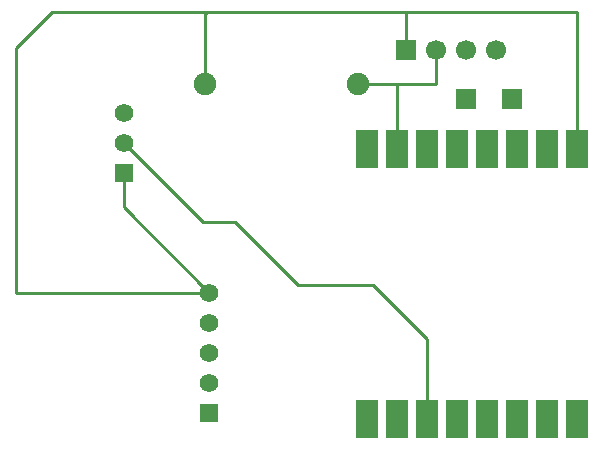
<source format=gtl>
G04 Layer: TopLayer*
G04 EasyEDA v6.4.20.6, 2021-08-11T14:47:25--4:00*
G04 69257b7602d440f08016c76432e8c6ee,f06b2ae44ace4e68bcf10d52e37fd181,10*
G04 Gerber Generator version 0.2*
G04 Scale: 100 percent, Rotated: No, Reflected: No *
G04 Dimensions in millimeters *
G04 leading zeros omitted , absolute positions ,4 integer and 5 decimal *
%FSLAX45Y45*%
%MOMM*%

%ADD10C,0.2540*%
%ADD11C,1.9050*%
%ADD12C,1.5748*%
%ADD13R,1.5748X1.5748*%
%ADD14R,1.7000X1.7000*%
%ADD15C,1.7000*%
%ADD16R,1.8288X3.2918*%

%LPD*%
D10*
X5054600Y6769100D02*
G01*
X5080868Y6742838D01*
X5063670Y7086600D02*
G01*
X5054600Y7077529D01*
X5054600Y6769100D01*
X2612712Y4711700D02*
G01*
X3390900Y4711700D01*
X3162300Y4711700D01*
X2476621Y4711700D02*
G01*
X2612712Y4711700D01*
X3390900Y4711700D02*
G01*
X2667000Y5435600D01*
X2667000Y5727700D01*
X2667000Y5981700D02*
G01*
X3340100Y5308600D01*
X3606800Y5308600D01*
X4140200Y4775200D01*
X4775200Y4775200D01*
X5232400Y4318000D01*
X5232400Y3644900D01*
X3371095Y7086600D02*
G01*
X3350488Y7065992D01*
X3350488Y6477000D01*
X6502400Y5930900D02*
G01*
X6502400Y7086600D01*
X4976368Y6477000D02*
G01*
X4978400Y5930900D01*
X6502400Y7086600D02*
G01*
X6502400Y7086600D01*
X2057400Y7086600D01*
X1752600Y6781800D01*
X1752600Y4711700D01*
X2476621Y4711700D01*
X5308600Y6769100D02*
G01*
X5308600Y6477000D01*
X4650511Y6477000D01*
D11*
G01*
X4650511Y6477000D03*
G01*
X3350488Y6477000D03*
D12*
G01*
X3390900Y4711700D03*
G01*
X3390900Y4457700D03*
G01*
X3390900Y4203700D03*
G01*
X3390900Y3949700D03*
D13*
G01*
X3390900Y3695700D03*
G36*
X4969598Y6854101D02*
G01*
X5139601Y6854101D01*
X5139601Y6684098D01*
X4969598Y6684098D01*
G37*
D15*
G01*
X5308600Y6769100D03*
G01*
X5562600Y6769100D03*
G01*
X5816600Y6769100D03*
D12*
G01*
X2667000Y6235700D03*
G01*
X2667000Y5981700D03*
D13*
G01*
X2667000Y5727700D03*
D16*
G01*
X4724400Y3644900D03*
G01*
X6502400Y5930900D03*
G01*
X6248400Y5930900D03*
G01*
X5994400Y5930900D03*
G01*
X5740400Y5930900D03*
G01*
X5486400Y5930900D03*
G01*
X5232400Y5930900D03*
G01*
X4978400Y5930900D03*
G01*
X4724400Y5930900D03*
G01*
X6502400Y3644900D03*
G01*
X6248400Y3644900D03*
G01*
X5994400Y3644900D03*
G01*
X5740400Y3644900D03*
G01*
X5486400Y3644900D03*
G01*
X5232400Y3644900D03*
G01*
X4978400Y3644900D03*
D14*
G01*
X5956300Y6350000D03*
G01*
X5562600Y6350000D03*
M02*

</source>
